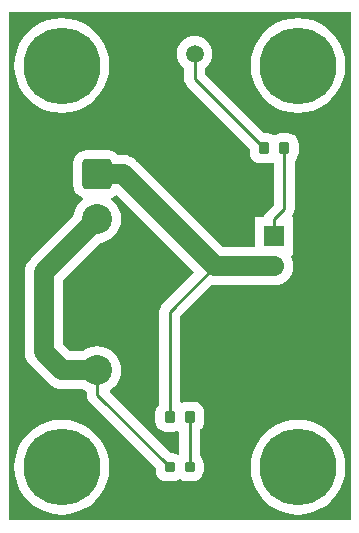
<source format=gtl>
G04 Layer_Physical_Order=1*
G04 Layer_Color=255*
%FSLAX25Y25*%
%MOIN*%
G70*
G01*
G75*
G04:AMPARAMS|DCode=10|XSize=39.37mil|YSize=35.43mil|CornerRadius=4.43mil|HoleSize=0mil|Usage=FLASHONLY|Rotation=90.000|XOffset=0mil|YOffset=0mil|HoleType=Round|Shape=RoundedRectangle|*
%AMROUNDEDRECTD10*
21,1,0.03937,0.02658,0,0,90.0*
21,1,0.03051,0.03543,0,0,90.0*
1,1,0.00886,0.01329,0.01526*
1,1,0.00886,0.01329,-0.01526*
1,1,0.00886,-0.01329,-0.01526*
1,1,0.00886,-0.01329,0.01526*
%
%ADD10ROUNDEDRECTD10*%
G04:AMPARAMS|DCode=11|XSize=31.5mil|YSize=31.5mil|CornerRadius=3.94mil|HoleSize=0mil|Usage=FLASHONLY|Rotation=180.000|XOffset=0mil|YOffset=0mil|HoleType=Round|Shape=RoundedRectangle|*
%AMROUNDEDRECTD11*
21,1,0.03150,0.02362,0,0,180.0*
21,1,0.02362,0.03150,0,0,180.0*
1,1,0.00787,-0.01181,0.01181*
1,1,0.00787,0.01181,0.01181*
1,1,0.00787,0.01181,-0.01181*
1,1,0.00787,-0.01181,-0.01181*
%
%ADD11ROUNDEDRECTD11*%
%ADD12C,0.01000*%
%ADD13C,0.06693*%
%ADD14R,0.05906X0.05906*%
%ADD15C,0.05906*%
%ADD16C,0.06693*%
%ADD17R,0.06693X0.06693*%
G04:AMPARAMS|DCode=18|XSize=100mil|YSize=100mil|CornerRadius=12.5mil|HoleSize=0mil|Usage=FLASHONLY|Rotation=180.000|XOffset=0mil|YOffset=0mil|HoleType=Round|Shape=RoundedRectangle|*
%AMROUNDEDRECTD18*
21,1,0.10000,0.07500,0,0,180.0*
21,1,0.07500,0.10000,0,0,180.0*
1,1,0.02500,-0.03750,0.03750*
1,1,0.02500,0.03750,0.03750*
1,1,0.02500,0.03750,-0.03750*
1,1,0.02500,-0.03750,-0.03750*
%
%ADD18ROUNDEDRECTD18*%
%ADD19C,0.10000*%
%ADD20C,0.25590*%
G36*
X116142Y1969D02*
X1969D01*
Y171260D01*
X116142D01*
Y1969D01*
D02*
G37*
%LPC*%
G36*
X98425Y35498D02*
X95952Y35303D01*
X93539Y34724D01*
X91246Y33774D01*
X89131Y32478D01*
X87244Y30866D01*
X85633Y28979D01*
X84336Y26864D01*
X83387Y24571D01*
X82807Y22159D01*
X82613Y19685D01*
X82807Y17211D01*
X83387Y14799D01*
X84336Y12506D01*
X85633Y10391D01*
X87244Y8504D01*
X89131Y6893D01*
X91246Y5596D01*
X93539Y4646D01*
X95952Y4067D01*
X98425Y3872D01*
X100899Y4067D01*
X103312Y4646D01*
X105604Y5596D01*
X107720Y6893D01*
X109606Y8504D01*
X111218Y10391D01*
X112514Y12506D01*
X113464Y14799D01*
X114043Y17211D01*
X114238Y19685D01*
X114043Y22159D01*
X113464Y24571D01*
X112514Y26864D01*
X111218Y28979D01*
X109606Y30866D01*
X107720Y32478D01*
X105604Y33774D01*
X103312Y34724D01*
X100899Y35303D01*
X98425Y35498D01*
D02*
G37*
G36*
X19685Y35498D02*
X17211Y35303D01*
X14799Y34724D01*
X12506Y33774D01*
X10391Y32478D01*
X8504Y30866D01*
X6892Y28979D01*
X5596Y26864D01*
X4646Y24571D01*
X4067Y22159D01*
X3872Y19685D01*
X4067Y17211D01*
X4646Y14799D01*
X5596Y12506D01*
X6892Y10391D01*
X8504Y8504D01*
X10391Y6892D01*
X12506Y5596D01*
X14799Y4646D01*
X17211Y4067D01*
X19685Y3872D01*
X22159Y4067D01*
X24571Y4646D01*
X26864Y5596D01*
X28979Y6892D01*
X30866Y8504D01*
X32478Y10391D01*
X33774Y12506D01*
X34724Y14799D01*
X35303Y17211D01*
X35498Y19685D01*
X35303Y22159D01*
X34724Y24571D01*
X33774Y26864D01*
X32478Y28979D01*
X30866Y30866D01*
X28979Y32478D01*
X26864Y33774D01*
X24571Y34724D01*
X22159Y35303D01*
X19685Y35498D01*
D02*
G37*
G36*
X98425Y169356D02*
X95952Y169161D01*
X93539Y168582D01*
X91246Y167632D01*
X89131Y166336D01*
X87244Y164724D01*
X85633Y162838D01*
X84336Y160722D01*
X83387Y158430D01*
X82807Y156017D01*
X82613Y153543D01*
X82807Y151070D01*
X83387Y148657D01*
X84336Y146365D01*
X85633Y144249D01*
X87244Y142362D01*
X89131Y140751D01*
X91246Y139454D01*
X93539Y138505D01*
X95952Y137926D01*
X98425Y137731D01*
X100899Y137926D01*
X103312Y138505D01*
X105604Y139454D01*
X107720Y140751D01*
X109606Y142362D01*
X111218Y144249D01*
X112514Y146365D01*
X113464Y148657D01*
X114043Y151070D01*
X114238Y153543D01*
X114043Y156017D01*
X113464Y158430D01*
X112514Y160722D01*
X111218Y162838D01*
X109606Y164724D01*
X107720Y166336D01*
X105604Y167632D01*
X103312Y168582D01*
X100899Y169161D01*
X98425Y169356D01*
D02*
G37*
G36*
X19685D02*
X17211Y169161D01*
X14799Y168582D01*
X12506Y167632D01*
X10391Y166336D01*
X8504Y164724D01*
X6892Y162838D01*
X5596Y160722D01*
X4646Y158430D01*
X4067Y156017D01*
X3872Y153543D01*
X4067Y151070D01*
X4646Y148657D01*
X5596Y146365D01*
X6892Y144249D01*
X8504Y142362D01*
X10391Y140751D01*
X12506Y139454D01*
X14799Y138505D01*
X17211Y137926D01*
X19685Y137731D01*
X22159Y137926D01*
X24571Y138505D01*
X26864Y139454D01*
X28979Y140751D01*
X30866Y142362D01*
X32478Y144249D01*
X33774Y146365D01*
X34724Y148657D01*
X35303Y151070D01*
X35498Y153543D01*
X35303Y156017D01*
X34724Y158430D01*
X33774Y160722D01*
X32478Y162838D01*
X30866Y164724D01*
X28979Y166336D01*
X26864Y167632D01*
X24571Y168582D01*
X22159Y169161D01*
X19685Y169356D01*
D02*
G37*
G36*
X63976Y163430D02*
X62816Y163316D01*
X61699Y162977D01*
X60671Y162427D01*
X59769Y161688D01*
X59029Y160786D01*
X58479Y159757D01*
X58141Y158641D01*
X58026Y157480D01*
X58141Y156319D01*
X58479Y155203D01*
X59029Y154175D01*
X59769Y153273D01*
X60478Y152691D01*
Y149213D01*
X60538Y148760D01*
X60597Y148307D01*
X60947Y147463D01*
X61503Y146739D01*
X82435Y125806D01*
Y124459D01*
X82552Y123568D01*
X82896Y122738D01*
X83443Y122026D01*
X84156Y121479D01*
X84985Y121135D01*
X85876Y121018D01*
X88534D01*
X89424Y121135D01*
X89899Y121332D01*
X90399Y120998D01*
Y107158D01*
X88077Y104836D01*
X87521Y104111D01*
X87172Y103268D01*
X87127Y102929D01*
X84236D01*
Y92960D01*
X73494D01*
X44605Y121849D01*
X43644Y122638D01*
X42546Y123225D01*
X41356Y123586D01*
X40118Y123708D01*
X38572D01*
X38255Y124121D01*
X37374Y124797D01*
X36347Y125222D01*
X35246Y125367D01*
X27746D01*
X26645Y125222D01*
X25619Y124797D01*
X24737Y124121D01*
X24061Y123240D01*
X23636Y122213D01*
X23491Y121112D01*
Y113612D01*
X23636Y112511D01*
X24061Y111485D01*
X24737Y110603D01*
X25619Y109927D01*
X26645Y109502D01*
X26925Y109465D01*
X26969Y108955D01*
X25834Y108024D01*
X24838Y106811D01*
X24099Y105426D01*
X23643Y103924D01*
X23595Y103435D01*
X9293Y89133D01*
X8503Y88171D01*
X7917Y87074D01*
X7556Y85884D01*
X7434Y84646D01*
Y58071D01*
X7556Y56833D01*
X7917Y55643D01*
X8503Y54545D01*
X9293Y53584D01*
X15434Y47442D01*
X16396Y46653D01*
X17493Y46067D01*
X18683Y45706D01*
X19921Y45584D01*
X26667D01*
X27048Y45272D01*
X27998Y44764D01*
Y43898D01*
X28057Y43445D01*
X28117Y42992D01*
X28466Y42148D01*
X29022Y41424D01*
X51136Y19310D01*
Y18504D01*
X51252Y17626D01*
X51591Y16808D01*
X52130Y16106D01*
X52832Y15567D01*
X53650Y15228D01*
X54528Y15113D01*
X56890D01*
X57767Y15228D01*
X58585Y15567D01*
X59055Y15927D01*
X59525Y15567D01*
X60343Y15228D01*
X61221Y15113D01*
X63583D01*
X64460Y15228D01*
X65278Y15567D01*
X65981Y16106D01*
X66520Y16808D01*
X66858Y17626D01*
X66974Y18504D01*
Y20866D01*
X66858Y21744D01*
X66520Y22562D01*
X65981Y23264D01*
X65900Y23326D01*
Y32257D01*
X66163Y32459D01*
X66710Y33171D01*
X67054Y34001D01*
X67171Y34892D01*
Y37943D01*
X67054Y38833D01*
X66710Y39663D01*
X66163Y40376D01*
X65451Y40923D01*
X64621Y41267D01*
X63730Y41384D01*
X61073D01*
X60182Y41267D01*
X59707Y41070D01*
X59207Y41404D01*
Y70008D01*
X69599Y80400D01*
X69628Y80391D01*
X70247Y80330D01*
X70866Y80269D01*
X90551D01*
X91789Y80391D01*
X92980Y80752D01*
X94077Y81338D01*
X95038Y82127D01*
X95827Y83089D01*
X96414Y84186D01*
X96775Y85376D01*
X96897Y86614D01*
X96775Y87852D01*
X96414Y89043D01*
X96009Y89799D01*
X96309Y90299D01*
X96866D01*
Y102929D01*
X96766D01*
X96520Y103429D01*
X96927Y103959D01*
X97277Y104803D01*
X97396Y105709D01*
Y121824D01*
X97659Y122026D01*
X98206Y122738D01*
X98550Y123568D01*
X98667Y124459D01*
Y127510D01*
X98550Y128400D01*
X98206Y129230D01*
X97659Y129943D01*
X96947Y130490D01*
X96117Y130833D01*
X95226Y130951D01*
X92569D01*
X91678Y130833D01*
X90848Y130490D01*
X90551Y130262D01*
X90254Y130490D01*
X89424Y130833D01*
X88534Y130951D01*
X87186D01*
X67475Y150662D01*
Y152691D01*
X68184Y153273D01*
X68923Y154175D01*
X69473Y155203D01*
X69812Y156319D01*
X69926Y157480D01*
X69812Y158641D01*
X69473Y159757D01*
X68923Y160786D01*
X68184Y161688D01*
X67282Y162427D01*
X66253Y162977D01*
X65137Y163316D01*
X63976Y163430D01*
D02*
G37*
%LPD*%
G36*
X63905Y84601D02*
X53235Y73930D01*
X52679Y73206D01*
X52329Y72362D01*
X52270Y71909D01*
X52210Y71457D01*
Y40578D01*
X51947Y40376D01*
X51400Y39663D01*
X51056Y38833D01*
X50939Y37943D01*
Y34892D01*
X51056Y34001D01*
X51400Y33171D01*
X51947Y32459D01*
X52659Y31912D01*
X53489Y31568D01*
X54380Y31451D01*
X57037D01*
X57928Y31568D01*
X58403Y31765D01*
X58903Y31431D01*
Y24138D01*
X58403Y23878D01*
X57767Y24142D01*
X56890Y24257D01*
X56084D01*
X35671Y44670D01*
X35745Y45165D01*
X35945Y45272D01*
X37158Y46267D01*
X38154Y47481D01*
X38894Y48865D01*
X39349Y50367D01*
X39503Y51929D01*
X39349Y53491D01*
X38894Y54993D01*
X38154Y56378D01*
X37158Y57591D01*
X35945Y58587D01*
X34560Y59327D01*
X33058Y59782D01*
X31496Y59936D01*
X29934Y59782D01*
X28432Y59327D01*
X27048Y58587D01*
X26667Y58275D01*
X22550D01*
X20125Y60699D01*
Y82017D01*
X32568Y94461D01*
X33058Y94509D01*
X34560Y94965D01*
X35945Y95705D01*
X37158Y96700D01*
X38154Y97914D01*
X38894Y99298D01*
X39349Y100800D01*
X39503Y102362D01*
X39349Y103924D01*
X38894Y105426D01*
X38154Y106811D01*
X37158Y108024D01*
X36023Y108955D01*
X36067Y109465D01*
X36347Y109502D01*
X37374Y109927D01*
X38056Y110451D01*
X63905Y84601D01*
D02*
G37*
D10*
X87205Y125984D02*
D03*
X93898D02*
D03*
X62402Y36417D02*
D03*
X55709D02*
D03*
D11*
Y19685D02*
D03*
X62402D02*
D03*
D12*
X90551Y96614D02*
Y102362D01*
X93898Y105709D01*
Y125984D01*
X55709Y71457D02*
X70866Y86614D01*
X55709Y36417D02*
Y71457D01*
X31496Y43898D02*
X55709Y19685D01*
X31496Y43898D02*
Y51929D01*
X63976Y149213D02*
Y157480D01*
Y149213D02*
X87205Y125984D01*
X62402Y36417D02*
X62402Y36417D01*
Y19685D02*
Y36417D01*
D13*
X70866Y86614D02*
X90551D01*
X40118Y117362D02*
X70866Y86614D01*
X31496Y117362D02*
X40118D01*
X19921Y51929D02*
X31496D01*
X13780Y58071D02*
X19921Y51929D01*
X13780Y58071D02*
Y84646D01*
X31496Y102362D01*
D14*
X53976Y157480D02*
D03*
D15*
X63976D02*
D03*
D16*
X90551Y76614D02*
D03*
Y86614D02*
D03*
D17*
Y96614D02*
D03*
D18*
X31496Y66929D02*
D03*
Y117362D02*
D03*
D19*
Y51929D02*
D03*
Y102362D02*
D03*
D20*
X98425Y19685D02*
D03*
Y153543D02*
D03*
X19685D02*
D03*
Y19685D02*
D03*
M02*

</source>
